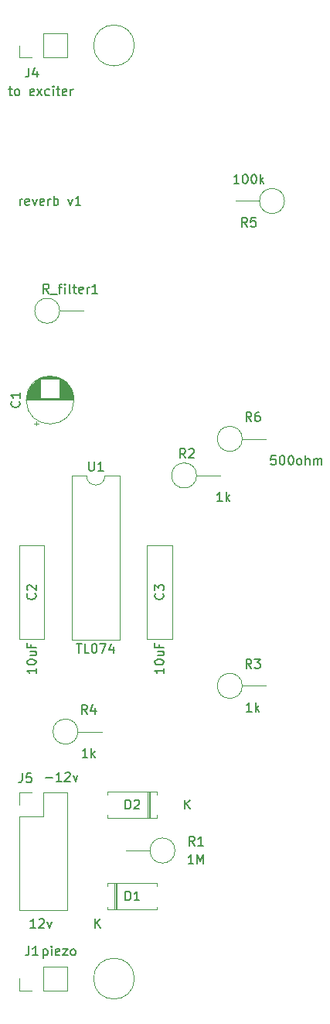
<source format=gbr>
%TF.GenerationSoftware,KiCad,Pcbnew,(6.0.4-0)*%
%TF.CreationDate,2022-12-20T09:13:06-08:00*%
%TF.ProjectId,reverb_v2,72657665-7262-45f7-9632-2e6b69636164,rev?*%
%TF.SameCoordinates,Original*%
%TF.FileFunction,Legend,Top*%
%TF.FilePolarity,Positive*%
%FSLAX46Y46*%
G04 Gerber Fmt 4.6, Leading zero omitted, Abs format (unit mm)*
G04 Created by KiCad (PCBNEW (6.0.4-0)) date 2022-12-20 09:13:06*
%MOMM*%
%LPD*%
G01*
G04 APERTURE LIST*
%ADD10C,0.150000*%
%ADD11C,0.120000*%
G04 APERTURE END LIST*
D10*
X145485714Y-124071428D02*
X146247619Y-124071428D01*
X147247619Y-124452380D02*
X146676190Y-124452380D01*
X146961904Y-124452380D02*
X146961904Y-123452380D01*
X146866666Y-123595238D01*
X146771428Y-123690476D01*
X146676190Y-123738095D01*
X147628571Y-123547619D02*
X147676190Y-123500000D01*
X147771428Y-123452380D01*
X148009523Y-123452380D01*
X148104761Y-123500000D01*
X148152380Y-123547619D01*
X148200000Y-123642857D01*
X148200000Y-123738095D01*
X148152380Y-123880952D01*
X147580952Y-124452380D01*
X148200000Y-124452380D01*
X148533333Y-123785714D02*
X148771428Y-124452380D01*
X149009523Y-123785714D01*
D11*
X155236068Y-44000000D02*
G75*
G03*
X155236068Y-44000000I-2236068J0D01*
G01*
X155236068Y-146000000D02*
G75*
G03*
X155236068Y-146000000I-2236068J0D01*
G01*
D10*
X142690476Y-61452380D02*
X142690476Y-60785714D01*
X142690476Y-60976190D02*
X142738095Y-60880952D01*
X142785714Y-60833333D01*
X142880952Y-60785714D01*
X142976190Y-60785714D01*
X143690476Y-61404761D02*
X143595238Y-61452380D01*
X143404761Y-61452380D01*
X143309523Y-61404761D01*
X143261904Y-61309523D01*
X143261904Y-60928571D01*
X143309523Y-60833333D01*
X143404761Y-60785714D01*
X143595238Y-60785714D01*
X143690476Y-60833333D01*
X143738095Y-60928571D01*
X143738095Y-61023809D01*
X143261904Y-61119047D01*
X144071428Y-60785714D02*
X144309523Y-61452380D01*
X144547619Y-60785714D01*
X145309523Y-61404761D02*
X145214285Y-61452380D01*
X145023809Y-61452380D01*
X144928571Y-61404761D01*
X144880952Y-61309523D01*
X144880952Y-60928571D01*
X144928571Y-60833333D01*
X145023809Y-60785714D01*
X145214285Y-60785714D01*
X145309523Y-60833333D01*
X145357142Y-60928571D01*
X145357142Y-61023809D01*
X144880952Y-61119047D01*
X145785714Y-61452380D02*
X145785714Y-60785714D01*
X145785714Y-60976190D02*
X145833333Y-60880952D01*
X145880952Y-60833333D01*
X145976190Y-60785714D01*
X146071428Y-60785714D01*
X146404761Y-61452380D02*
X146404761Y-60452380D01*
X146404761Y-60833333D02*
X146500000Y-60785714D01*
X146690476Y-60785714D01*
X146785714Y-60833333D01*
X146833333Y-60880952D01*
X146880952Y-60976190D01*
X146880952Y-61261904D01*
X146833333Y-61357142D01*
X146785714Y-61404761D01*
X146690476Y-61452380D01*
X146500000Y-61452380D01*
X146404761Y-61404761D01*
X147976190Y-60785714D02*
X148214285Y-61452380D01*
X148452380Y-60785714D01*
X149357142Y-61452380D02*
X148785714Y-61452380D01*
X149071428Y-61452380D02*
X149071428Y-60452380D01*
X148976190Y-60595238D01*
X148880952Y-60690476D01*
X148785714Y-60738095D01*
X144428571Y-140452380D02*
X143857142Y-140452380D01*
X144142857Y-140452380D02*
X144142857Y-139452380D01*
X144047619Y-139595238D01*
X143952380Y-139690476D01*
X143857142Y-139738095D01*
X144809523Y-139547619D02*
X144857142Y-139500000D01*
X144952380Y-139452380D01*
X145190476Y-139452380D01*
X145285714Y-139500000D01*
X145333333Y-139547619D01*
X145380952Y-139642857D01*
X145380952Y-139738095D01*
X145333333Y-139880952D01*
X144761904Y-140452380D01*
X145380952Y-140452380D01*
X145714285Y-139785714D02*
X145952380Y-140452380D01*
X146190476Y-139785714D01*
%TO.C,R6*%
X168058333Y-85082380D02*
X167725000Y-84606190D01*
X167486904Y-85082380D02*
X167486904Y-84082380D01*
X167867857Y-84082380D01*
X167963095Y-84130000D01*
X168010714Y-84177619D01*
X168058333Y-84272857D01*
X168058333Y-84415714D01*
X168010714Y-84510952D01*
X167963095Y-84558571D01*
X167867857Y-84606190D01*
X167486904Y-84606190D01*
X168915476Y-84082380D02*
X168725000Y-84082380D01*
X168629761Y-84130000D01*
X168582142Y-84177619D01*
X168486904Y-84320476D01*
X168439285Y-84510952D01*
X168439285Y-84891904D01*
X168486904Y-84987142D01*
X168534523Y-85034761D01*
X168629761Y-85082380D01*
X168820238Y-85082380D01*
X168915476Y-85034761D01*
X168963095Y-84987142D01*
X169010714Y-84891904D01*
X169010714Y-84653809D01*
X168963095Y-84558571D01*
X168915476Y-84510952D01*
X168820238Y-84463333D01*
X168629761Y-84463333D01*
X168534523Y-84510952D01*
X168486904Y-84558571D01*
X168439285Y-84653809D01*
X170714285Y-88822380D02*
X170238095Y-88822380D01*
X170190476Y-89298571D01*
X170238095Y-89250952D01*
X170333333Y-89203333D01*
X170571428Y-89203333D01*
X170666666Y-89250952D01*
X170714285Y-89298571D01*
X170761904Y-89393809D01*
X170761904Y-89631904D01*
X170714285Y-89727142D01*
X170666666Y-89774761D01*
X170571428Y-89822380D01*
X170333333Y-89822380D01*
X170238095Y-89774761D01*
X170190476Y-89727142D01*
X171380952Y-88822380D02*
X171476190Y-88822380D01*
X171571428Y-88870000D01*
X171619047Y-88917619D01*
X171666666Y-89012857D01*
X171714285Y-89203333D01*
X171714285Y-89441428D01*
X171666666Y-89631904D01*
X171619047Y-89727142D01*
X171571428Y-89774761D01*
X171476190Y-89822380D01*
X171380952Y-89822380D01*
X171285714Y-89774761D01*
X171238095Y-89727142D01*
X171190476Y-89631904D01*
X171142857Y-89441428D01*
X171142857Y-89203333D01*
X171190476Y-89012857D01*
X171238095Y-88917619D01*
X171285714Y-88870000D01*
X171380952Y-88822380D01*
X172333333Y-88822380D02*
X172428571Y-88822380D01*
X172523809Y-88870000D01*
X172571428Y-88917619D01*
X172619047Y-89012857D01*
X172666666Y-89203333D01*
X172666666Y-89441428D01*
X172619047Y-89631904D01*
X172571428Y-89727142D01*
X172523809Y-89774761D01*
X172428571Y-89822380D01*
X172333333Y-89822380D01*
X172238095Y-89774761D01*
X172190476Y-89727142D01*
X172142857Y-89631904D01*
X172095238Y-89441428D01*
X172095238Y-89203333D01*
X172142857Y-89012857D01*
X172190476Y-88917619D01*
X172238095Y-88870000D01*
X172333333Y-88822380D01*
X173238095Y-89822380D02*
X173142857Y-89774761D01*
X173095238Y-89727142D01*
X173047619Y-89631904D01*
X173047619Y-89346190D01*
X173095238Y-89250952D01*
X173142857Y-89203333D01*
X173238095Y-89155714D01*
X173380952Y-89155714D01*
X173476190Y-89203333D01*
X173523809Y-89250952D01*
X173571428Y-89346190D01*
X173571428Y-89631904D01*
X173523809Y-89727142D01*
X173476190Y-89774761D01*
X173380952Y-89822380D01*
X173238095Y-89822380D01*
X174000000Y-89822380D02*
X174000000Y-88822380D01*
X174428571Y-89822380D02*
X174428571Y-89298571D01*
X174380952Y-89203333D01*
X174285714Y-89155714D01*
X174142857Y-89155714D01*
X174047619Y-89203333D01*
X174000000Y-89250952D01*
X174904761Y-89822380D02*
X174904761Y-89155714D01*
X174904761Y-89250952D02*
X174952380Y-89203333D01*
X175047619Y-89155714D01*
X175190476Y-89155714D01*
X175285714Y-89203333D01*
X175333333Y-89298571D01*
X175333333Y-89822380D01*
X175333333Y-89298571D02*
X175380952Y-89203333D01*
X175476190Y-89155714D01*
X175619047Y-89155714D01*
X175714285Y-89203333D01*
X175761904Y-89298571D01*
X175761904Y-89822380D01*
%TO.C,R2*%
X160833333Y-89082380D02*
X160500000Y-88606190D01*
X160261904Y-89082380D02*
X160261904Y-88082380D01*
X160642857Y-88082380D01*
X160738095Y-88130000D01*
X160785714Y-88177619D01*
X160833333Y-88272857D01*
X160833333Y-88415714D01*
X160785714Y-88510952D01*
X160738095Y-88558571D01*
X160642857Y-88606190D01*
X160261904Y-88606190D01*
X161214285Y-88177619D02*
X161261904Y-88130000D01*
X161357142Y-88082380D01*
X161595238Y-88082380D01*
X161690476Y-88130000D01*
X161738095Y-88177619D01*
X161785714Y-88272857D01*
X161785714Y-88368095D01*
X161738095Y-88510952D01*
X161166666Y-89082380D01*
X161785714Y-89082380D01*
X164880952Y-93822380D02*
X164309523Y-93822380D01*
X164595238Y-93822380D02*
X164595238Y-92822380D01*
X164500000Y-92965238D01*
X164404761Y-93060476D01*
X164309523Y-93108095D01*
X165309523Y-93822380D02*
X165309523Y-92822380D01*
X165404761Y-93441428D02*
X165690476Y-93822380D01*
X165690476Y-93155714D02*
X165309523Y-93536666D01*
%TO.C,R1*%
X161833333Y-131452380D02*
X161500000Y-130976190D01*
X161261904Y-131452380D02*
X161261904Y-130452380D01*
X161642857Y-130452380D01*
X161738095Y-130500000D01*
X161785714Y-130547619D01*
X161833333Y-130642857D01*
X161833333Y-130785714D01*
X161785714Y-130880952D01*
X161738095Y-130928571D01*
X161642857Y-130976190D01*
X161261904Y-130976190D01*
X162785714Y-131452380D02*
X162214285Y-131452380D01*
X162500000Y-131452380D02*
X162500000Y-130452380D01*
X162404761Y-130595238D01*
X162309523Y-130690476D01*
X162214285Y-130738095D01*
X161714285Y-133452380D02*
X161142857Y-133452380D01*
X161428571Y-133452380D02*
X161428571Y-132452380D01*
X161333333Y-132595238D01*
X161238095Y-132690476D01*
X161142857Y-132738095D01*
X162142857Y-133452380D02*
X162142857Y-132452380D01*
X162476190Y-133166666D01*
X162809523Y-132452380D01*
X162809523Y-133452380D01*
%TO.C,C3*%
X158357142Y-103916666D02*
X158404761Y-103964285D01*
X158452380Y-104107142D01*
X158452380Y-104202380D01*
X158404761Y-104345238D01*
X158309523Y-104440476D01*
X158214285Y-104488095D01*
X158023809Y-104535714D01*
X157880952Y-104535714D01*
X157690476Y-104488095D01*
X157595238Y-104440476D01*
X157500000Y-104345238D01*
X157452380Y-104202380D01*
X157452380Y-104107142D01*
X157500000Y-103964285D01*
X157547619Y-103916666D01*
X157452380Y-103583333D02*
X157452380Y-102964285D01*
X157833333Y-103297619D01*
X157833333Y-103154761D01*
X157880952Y-103059523D01*
X157928571Y-103011904D01*
X158023809Y-102964285D01*
X158261904Y-102964285D01*
X158357142Y-103011904D01*
X158404761Y-103059523D01*
X158452380Y-103154761D01*
X158452380Y-103440476D01*
X158404761Y-103535714D01*
X158357142Y-103583333D01*
X158452380Y-112071428D02*
X158452380Y-112642857D01*
X158452380Y-112357142D02*
X157452380Y-112357142D01*
X157595238Y-112452380D01*
X157690476Y-112547619D01*
X157738095Y-112642857D01*
X157452380Y-111452380D02*
X157452380Y-111357142D01*
X157500000Y-111261904D01*
X157547619Y-111214285D01*
X157642857Y-111166666D01*
X157833333Y-111119047D01*
X158071428Y-111119047D01*
X158261904Y-111166666D01*
X158357142Y-111214285D01*
X158404761Y-111261904D01*
X158452380Y-111357142D01*
X158452380Y-111452380D01*
X158404761Y-111547619D01*
X158357142Y-111595238D01*
X158261904Y-111642857D01*
X158071428Y-111690476D01*
X157833333Y-111690476D01*
X157642857Y-111642857D01*
X157547619Y-111595238D01*
X157500000Y-111547619D01*
X157452380Y-111452380D01*
X157785714Y-110261904D02*
X158452380Y-110261904D01*
X157785714Y-110690476D02*
X158309523Y-110690476D01*
X158404761Y-110642857D01*
X158452380Y-110547619D01*
X158452380Y-110404761D01*
X158404761Y-110309523D01*
X158357142Y-110261904D01*
X157928571Y-109452380D02*
X157928571Y-109785714D01*
X158452380Y-109785714D02*
X157452380Y-109785714D01*
X157452380Y-109309523D01*
%TO.C,U1*%
X150248095Y-89497380D02*
X150248095Y-90306904D01*
X150295714Y-90402142D01*
X150343333Y-90449761D01*
X150438571Y-90497380D01*
X150629047Y-90497380D01*
X150724285Y-90449761D01*
X150771904Y-90402142D01*
X150819523Y-90306904D01*
X150819523Y-89497380D01*
X151819523Y-90497380D02*
X151248095Y-90497380D01*
X151533809Y-90497380D02*
X151533809Y-89497380D01*
X151438571Y-89640238D01*
X151343333Y-89735476D01*
X151248095Y-89783095D01*
X148890952Y-109397380D02*
X149462380Y-109397380D01*
X149176666Y-110397380D02*
X149176666Y-109397380D01*
X150271904Y-110397380D02*
X149795714Y-110397380D01*
X149795714Y-109397380D01*
X150795714Y-109397380D02*
X150890952Y-109397380D01*
X150986190Y-109445000D01*
X151033809Y-109492619D01*
X151081428Y-109587857D01*
X151129047Y-109778333D01*
X151129047Y-110016428D01*
X151081428Y-110206904D01*
X151033809Y-110302142D01*
X150986190Y-110349761D01*
X150890952Y-110397380D01*
X150795714Y-110397380D01*
X150700476Y-110349761D01*
X150652857Y-110302142D01*
X150605238Y-110206904D01*
X150557619Y-110016428D01*
X150557619Y-109778333D01*
X150605238Y-109587857D01*
X150652857Y-109492619D01*
X150700476Y-109445000D01*
X150795714Y-109397380D01*
X151462380Y-109397380D02*
X152129047Y-109397380D01*
X151700476Y-110397380D01*
X152938571Y-109730714D02*
X152938571Y-110397380D01*
X152700476Y-109349761D02*
X152462380Y-110064047D01*
X153081428Y-110064047D01*
%TO.C,J5*%
X142966666Y-123552380D02*
X142966666Y-124266666D01*
X142919047Y-124409523D01*
X142823809Y-124504761D01*
X142680952Y-124552380D01*
X142585714Y-124552380D01*
X143919047Y-123552380D02*
X143442857Y-123552380D01*
X143395238Y-124028571D01*
X143442857Y-123980952D01*
X143538095Y-123933333D01*
X143776190Y-123933333D01*
X143871428Y-123980952D01*
X143919047Y-124028571D01*
X143966666Y-124123809D01*
X143966666Y-124361904D01*
X143919047Y-124457142D01*
X143871428Y-124504761D01*
X143776190Y-124552380D01*
X143538095Y-124552380D01*
X143442857Y-124504761D01*
X143395238Y-124457142D01*
%TO.C,R5*%
X167608333Y-63822380D02*
X167275000Y-63346190D01*
X167036904Y-63822380D02*
X167036904Y-62822380D01*
X167417857Y-62822380D01*
X167513095Y-62870000D01*
X167560714Y-62917619D01*
X167608333Y-63012857D01*
X167608333Y-63155714D01*
X167560714Y-63250952D01*
X167513095Y-63298571D01*
X167417857Y-63346190D01*
X167036904Y-63346190D01*
X168513095Y-62822380D02*
X168036904Y-62822380D01*
X167989285Y-63298571D01*
X168036904Y-63250952D01*
X168132142Y-63203333D01*
X168370238Y-63203333D01*
X168465476Y-63250952D01*
X168513095Y-63298571D01*
X168560714Y-63393809D01*
X168560714Y-63631904D01*
X168513095Y-63727142D01*
X168465476Y-63774761D01*
X168370238Y-63822380D01*
X168132142Y-63822380D01*
X168036904Y-63774761D01*
X167989285Y-63727142D01*
X166703571Y-59082380D02*
X166132142Y-59082380D01*
X166417857Y-59082380D02*
X166417857Y-58082380D01*
X166322619Y-58225238D01*
X166227380Y-58320476D01*
X166132142Y-58368095D01*
X167322619Y-58082380D02*
X167417857Y-58082380D01*
X167513095Y-58130000D01*
X167560714Y-58177619D01*
X167608333Y-58272857D01*
X167655952Y-58463333D01*
X167655952Y-58701428D01*
X167608333Y-58891904D01*
X167560714Y-58987142D01*
X167513095Y-59034761D01*
X167417857Y-59082380D01*
X167322619Y-59082380D01*
X167227380Y-59034761D01*
X167179761Y-58987142D01*
X167132142Y-58891904D01*
X167084523Y-58701428D01*
X167084523Y-58463333D01*
X167132142Y-58272857D01*
X167179761Y-58177619D01*
X167227380Y-58130000D01*
X167322619Y-58082380D01*
X168275000Y-58082380D02*
X168370238Y-58082380D01*
X168465476Y-58130000D01*
X168513095Y-58177619D01*
X168560714Y-58272857D01*
X168608333Y-58463333D01*
X168608333Y-58701428D01*
X168560714Y-58891904D01*
X168513095Y-58987142D01*
X168465476Y-59034761D01*
X168370238Y-59082380D01*
X168275000Y-59082380D01*
X168179761Y-59034761D01*
X168132142Y-58987142D01*
X168084523Y-58891904D01*
X168036904Y-58701428D01*
X168036904Y-58463333D01*
X168084523Y-58272857D01*
X168132142Y-58177619D01*
X168179761Y-58130000D01*
X168275000Y-58082380D01*
X169036904Y-59082380D02*
X169036904Y-58082380D01*
X169132142Y-58701428D02*
X169417857Y-59082380D01*
X169417857Y-58415714D02*
X169036904Y-58796666D01*
%TO.C,R4*%
X150058333Y-117082380D02*
X149725000Y-116606190D01*
X149486904Y-117082380D02*
X149486904Y-116082380D01*
X149867857Y-116082380D01*
X149963095Y-116130000D01*
X150010714Y-116177619D01*
X150058333Y-116272857D01*
X150058333Y-116415714D01*
X150010714Y-116510952D01*
X149963095Y-116558571D01*
X149867857Y-116606190D01*
X149486904Y-116606190D01*
X150915476Y-116415714D02*
X150915476Y-117082380D01*
X150677380Y-116034761D02*
X150439285Y-116749047D01*
X151058333Y-116749047D01*
X150105952Y-121822380D02*
X149534523Y-121822380D01*
X149820238Y-121822380D02*
X149820238Y-120822380D01*
X149725000Y-120965238D01*
X149629761Y-121060476D01*
X149534523Y-121108095D01*
X150534523Y-121822380D02*
X150534523Y-120822380D01*
X150629761Y-121441428D02*
X150915476Y-121822380D01*
X150915476Y-121155714D02*
X150534523Y-121536666D01*
%TO.C,J1*%
X143666666Y-142452380D02*
X143666666Y-143166666D01*
X143619047Y-143309523D01*
X143523809Y-143404761D01*
X143380952Y-143452380D01*
X143285714Y-143452380D01*
X144666666Y-143452380D02*
X144095238Y-143452380D01*
X144380952Y-143452380D02*
X144380952Y-142452380D01*
X144285714Y-142595238D01*
X144190476Y-142690476D01*
X144095238Y-142738095D01*
X145261904Y-142785714D02*
X145261904Y-143785714D01*
X145261904Y-142833333D02*
X145357142Y-142785714D01*
X145547619Y-142785714D01*
X145642857Y-142833333D01*
X145690476Y-142880952D01*
X145738095Y-142976190D01*
X145738095Y-143261904D01*
X145690476Y-143357142D01*
X145642857Y-143404761D01*
X145547619Y-143452380D01*
X145357142Y-143452380D01*
X145261904Y-143404761D01*
X146166666Y-143452380D02*
X146166666Y-142785714D01*
X146166666Y-142452380D02*
X146119047Y-142500000D01*
X146166666Y-142547619D01*
X146214285Y-142500000D01*
X146166666Y-142452380D01*
X146166666Y-142547619D01*
X147023809Y-143404761D02*
X146928571Y-143452380D01*
X146738095Y-143452380D01*
X146642857Y-143404761D01*
X146595238Y-143309523D01*
X146595238Y-142928571D01*
X146642857Y-142833333D01*
X146738095Y-142785714D01*
X146928571Y-142785714D01*
X147023809Y-142833333D01*
X147071428Y-142928571D01*
X147071428Y-143023809D01*
X146595238Y-143119047D01*
X147404761Y-142785714D02*
X147928571Y-142785714D01*
X147404761Y-143452380D01*
X147928571Y-143452380D01*
X148452380Y-143452380D02*
X148357142Y-143404761D01*
X148309523Y-143357142D01*
X148261904Y-143261904D01*
X148261904Y-142976190D01*
X148309523Y-142880952D01*
X148357142Y-142833333D01*
X148452380Y-142785714D01*
X148595238Y-142785714D01*
X148690476Y-142833333D01*
X148738095Y-142880952D01*
X148785714Y-142976190D01*
X148785714Y-143261904D01*
X148738095Y-143357142D01*
X148690476Y-143404761D01*
X148595238Y-143452380D01*
X148452380Y-143452380D01*
%TO.C,D1*%
X154261904Y-137452380D02*
X154261904Y-136452380D01*
X154500000Y-136452380D01*
X154642857Y-136500000D01*
X154738095Y-136595238D01*
X154785714Y-136690476D01*
X154833333Y-136880952D01*
X154833333Y-137023809D01*
X154785714Y-137214285D01*
X154738095Y-137309523D01*
X154642857Y-137404761D01*
X154500000Y-137452380D01*
X154261904Y-137452380D01*
X155785714Y-137452380D02*
X155214285Y-137452380D01*
X155500000Y-137452380D02*
X155500000Y-136452380D01*
X155404761Y-136595238D01*
X155309523Y-136690476D01*
X155214285Y-136738095D01*
X150928095Y-140452380D02*
X150928095Y-139452380D01*
X151499523Y-140452380D02*
X151070952Y-139880952D01*
X151499523Y-139452380D02*
X150928095Y-140023809D01*
%TO.C,C1*%
X142607142Y-82916666D02*
X142654761Y-82964285D01*
X142702380Y-83107142D01*
X142702380Y-83202380D01*
X142654761Y-83345238D01*
X142559523Y-83440476D01*
X142464285Y-83488095D01*
X142273809Y-83535714D01*
X142130952Y-83535714D01*
X141940476Y-83488095D01*
X141845238Y-83440476D01*
X141750000Y-83345238D01*
X141702380Y-83202380D01*
X141702380Y-83107142D01*
X141750000Y-82964285D01*
X141797619Y-82916666D01*
X142702380Y-81964285D02*
X142702380Y-82535714D01*
X142702380Y-82250000D02*
X141702380Y-82250000D01*
X141845238Y-82345238D01*
X141940476Y-82440476D01*
X141988095Y-82535714D01*
%TO.C,R3*%
X168058333Y-112082380D02*
X167725000Y-111606190D01*
X167486904Y-112082380D02*
X167486904Y-111082380D01*
X167867857Y-111082380D01*
X167963095Y-111130000D01*
X168010714Y-111177619D01*
X168058333Y-111272857D01*
X168058333Y-111415714D01*
X168010714Y-111510952D01*
X167963095Y-111558571D01*
X167867857Y-111606190D01*
X167486904Y-111606190D01*
X168391666Y-111082380D02*
X169010714Y-111082380D01*
X168677380Y-111463333D01*
X168820238Y-111463333D01*
X168915476Y-111510952D01*
X168963095Y-111558571D01*
X169010714Y-111653809D01*
X169010714Y-111891904D01*
X168963095Y-111987142D01*
X168915476Y-112034761D01*
X168820238Y-112082380D01*
X168534523Y-112082380D01*
X168439285Y-112034761D01*
X168391666Y-111987142D01*
X168105952Y-116822380D02*
X167534523Y-116822380D01*
X167820238Y-116822380D02*
X167820238Y-115822380D01*
X167725000Y-115965238D01*
X167629761Y-116060476D01*
X167534523Y-116108095D01*
X168534523Y-116822380D02*
X168534523Y-115822380D01*
X168629761Y-116441428D02*
X168915476Y-116822380D01*
X168915476Y-116155714D02*
X168534523Y-116536666D01*
%TO.C,J4*%
X143666666Y-46452380D02*
X143666666Y-47166666D01*
X143619047Y-47309523D01*
X143523809Y-47404761D01*
X143380952Y-47452380D01*
X143285714Y-47452380D01*
X144571428Y-46785714D02*
X144571428Y-47452380D01*
X144333333Y-46404761D02*
X144095238Y-47119047D01*
X144714285Y-47119047D01*
X141452380Y-48785714D02*
X141833333Y-48785714D01*
X141595238Y-48452380D02*
X141595238Y-49309523D01*
X141642857Y-49404761D01*
X141738095Y-49452380D01*
X141833333Y-49452380D01*
X142309523Y-49452380D02*
X142214285Y-49404761D01*
X142166666Y-49357142D01*
X142119047Y-49261904D01*
X142119047Y-48976190D01*
X142166666Y-48880952D01*
X142214285Y-48833333D01*
X142309523Y-48785714D01*
X142452380Y-48785714D01*
X142547619Y-48833333D01*
X142595238Y-48880952D01*
X142642857Y-48976190D01*
X142642857Y-49261904D01*
X142595238Y-49357142D01*
X142547619Y-49404761D01*
X142452380Y-49452380D01*
X142309523Y-49452380D01*
X144214285Y-49404761D02*
X144119047Y-49452380D01*
X143928571Y-49452380D01*
X143833333Y-49404761D01*
X143785714Y-49309523D01*
X143785714Y-48928571D01*
X143833333Y-48833333D01*
X143928571Y-48785714D01*
X144119047Y-48785714D01*
X144214285Y-48833333D01*
X144261904Y-48928571D01*
X144261904Y-49023809D01*
X143785714Y-49119047D01*
X144595238Y-49452380D02*
X145119047Y-48785714D01*
X144595238Y-48785714D02*
X145119047Y-49452380D01*
X145928571Y-49404761D02*
X145833333Y-49452380D01*
X145642857Y-49452380D01*
X145547619Y-49404761D01*
X145500000Y-49357142D01*
X145452380Y-49261904D01*
X145452380Y-48976190D01*
X145500000Y-48880952D01*
X145547619Y-48833333D01*
X145642857Y-48785714D01*
X145833333Y-48785714D01*
X145928571Y-48833333D01*
X146357142Y-49452380D02*
X146357142Y-48785714D01*
X146357142Y-48452380D02*
X146309523Y-48500000D01*
X146357142Y-48547619D01*
X146404761Y-48500000D01*
X146357142Y-48452380D01*
X146357142Y-48547619D01*
X146690476Y-48785714D02*
X147071428Y-48785714D01*
X146833333Y-48452380D02*
X146833333Y-49309523D01*
X146880952Y-49404761D01*
X146976190Y-49452380D01*
X147071428Y-49452380D01*
X147785714Y-49404761D02*
X147690476Y-49452380D01*
X147500000Y-49452380D01*
X147404761Y-49404761D01*
X147357142Y-49309523D01*
X147357142Y-48928571D01*
X147404761Y-48833333D01*
X147500000Y-48785714D01*
X147690476Y-48785714D01*
X147785714Y-48833333D01*
X147833333Y-48928571D01*
X147833333Y-49023809D01*
X147357142Y-49119047D01*
X148261904Y-49452380D02*
X148261904Y-48785714D01*
X148261904Y-48976190D02*
X148309523Y-48880952D01*
X148357142Y-48833333D01*
X148452380Y-48785714D01*
X148547619Y-48785714D01*
%TO.C,D2*%
X154261904Y-127452380D02*
X154261904Y-126452380D01*
X154500000Y-126452380D01*
X154642857Y-126500000D01*
X154738095Y-126595238D01*
X154785714Y-126690476D01*
X154833333Y-126880952D01*
X154833333Y-127023809D01*
X154785714Y-127214285D01*
X154738095Y-127309523D01*
X154642857Y-127404761D01*
X154500000Y-127452380D01*
X154261904Y-127452380D01*
X155214285Y-126547619D02*
X155261904Y-126500000D01*
X155357142Y-126452380D01*
X155595238Y-126452380D01*
X155690476Y-126500000D01*
X155738095Y-126547619D01*
X155785714Y-126642857D01*
X155785714Y-126738095D01*
X155738095Y-126880952D01*
X155166666Y-127452380D01*
X155785714Y-127452380D01*
X160738095Y-127452380D02*
X160738095Y-126452380D01*
X161309523Y-127452380D02*
X160880952Y-126880952D01*
X161309523Y-126452380D02*
X160738095Y-127023809D01*
%TO.C,R_filter1*%
X145867857Y-71082380D02*
X145534523Y-70606190D01*
X145296428Y-71082380D02*
X145296428Y-70082380D01*
X145677380Y-70082380D01*
X145772619Y-70130000D01*
X145820238Y-70177619D01*
X145867857Y-70272857D01*
X145867857Y-70415714D01*
X145820238Y-70510952D01*
X145772619Y-70558571D01*
X145677380Y-70606190D01*
X145296428Y-70606190D01*
X146058333Y-71177619D02*
X146820238Y-71177619D01*
X146915476Y-70415714D02*
X147296428Y-70415714D01*
X147058333Y-71082380D02*
X147058333Y-70225238D01*
X147105952Y-70130000D01*
X147201190Y-70082380D01*
X147296428Y-70082380D01*
X147629761Y-71082380D02*
X147629761Y-70415714D01*
X147629761Y-70082380D02*
X147582142Y-70130000D01*
X147629761Y-70177619D01*
X147677380Y-70130000D01*
X147629761Y-70082380D01*
X147629761Y-70177619D01*
X148248809Y-71082380D02*
X148153571Y-71034761D01*
X148105952Y-70939523D01*
X148105952Y-70082380D01*
X148486904Y-70415714D02*
X148867857Y-70415714D01*
X148629761Y-70082380D02*
X148629761Y-70939523D01*
X148677380Y-71034761D01*
X148772619Y-71082380D01*
X148867857Y-71082380D01*
X149582142Y-71034761D02*
X149486904Y-71082380D01*
X149296428Y-71082380D01*
X149201190Y-71034761D01*
X149153571Y-70939523D01*
X149153571Y-70558571D01*
X149201190Y-70463333D01*
X149296428Y-70415714D01*
X149486904Y-70415714D01*
X149582142Y-70463333D01*
X149629761Y-70558571D01*
X149629761Y-70653809D01*
X149153571Y-70749047D01*
X150058333Y-71082380D02*
X150058333Y-70415714D01*
X150058333Y-70606190D02*
X150105952Y-70510952D01*
X150153571Y-70463333D01*
X150248809Y-70415714D01*
X150344047Y-70415714D01*
X151201190Y-71082380D02*
X150629761Y-71082380D01*
X150915476Y-71082380D02*
X150915476Y-70082380D01*
X150820238Y-70225238D01*
X150725000Y-70320476D01*
X150629761Y-70368095D01*
%TO.C,C2*%
X144357142Y-103916666D02*
X144404761Y-103964285D01*
X144452380Y-104107142D01*
X144452380Y-104202380D01*
X144404761Y-104345238D01*
X144309523Y-104440476D01*
X144214285Y-104488095D01*
X144023809Y-104535714D01*
X143880952Y-104535714D01*
X143690476Y-104488095D01*
X143595238Y-104440476D01*
X143500000Y-104345238D01*
X143452380Y-104202380D01*
X143452380Y-104107142D01*
X143500000Y-103964285D01*
X143547619Y-103916666D01*
X143547619Y-103535714D02*
X143500000Y-103488095D01*
X143452380Y-103392857D01*
X143452380Y-103154761D01*
X143500000Y-103059523D01*
X143547619Y-103011904D01*
X143642857Y-102964285D01*
X143738095Y-102964285D01*
X143880952Y-103011904D01*
X144452380Y-103583333D01*
X144452380Y-102964285D01*
X144452380Y-112071428D02*
X144452380Y-112642857D01*
X144452380Y-112357142D02*
X143452380Y-112357142D01*
X143595238Y-112452380D01*
X143690476Y-112547619D01*
X143738095Y-112642857D01*
X143452380Y-111452380D02*
X143452380Y-111357142D01*
X143500000Y-111261904D01*
X143547619Y-111214285D01*
X143642857Y-111166666D01*
X143833333Y-111119047D01*
X144071428Y-111119047D01*
X144261904Y-111166666D01*
X144357142Y-111214285D01*
X144404761Y-111261904D01*
X144452380Y-111357142D01*
X144452380Y-111452380D01*
X144404761Y-111547619D01*
X144357142Y-111595238D01*
X144261904Y-111642857D01*
X144071428Y-111690476D01*
X143833333Y-111690476D01*
X143642857Y-111642857D01*
X143547619Y-111595238D01*
X143500000Y-111547619D01*
X143452380Y-111452380D01*
X143785714Y-110261904D02*
X144452380Y-110261904D01*
X143785714Y-110690476D02*
X144309523Y-110690476D01*
X144404761Y-110642857D01*
X144452380Y-110547619D01*
X144452380Y-110404761D01*
X144404761Y-110309523D01*
X144357142Y-110261904D01*
X143928571Y-109452380D02*
X143928571Y-109785714D01*
X144452380Y-109785714D02*
X143452380Y-109785714D01*
X143452380Y-109309523D01*
D11*
%TO.C,R6*%
X167055000Y-87000000D02*
X169665000Y-87000000D01*
X167055000Y-87000000D02*
G75*
G03*
X167055000Y-87000000I-1370000J0D01*
G01*
%TO.C,R2*%
X162055000Y-91000000D02*
X164665000Y-91000000D01*
X162055000Y-91000000D02*
G75*
G03*
X162055000Y-91000000I-1370000J0D01*
G01*
%TO.C,R1*%
X156945000Y-132000000D02*
X154335000Y-132000000D01*
X159685000Y-132000000D02*
G75*
G03*
X159685000Y-132000000I-1370000J0D01*
G01*
%TO.C,C3*%
X159370000Y-108870000D02*
X156630000Y-108870000D01*
X159370000Y-98630000D02*
X156630000Y-98630000D01*
X156630000Y-98630000D02*
X156630000Y-108870000D01*
X159370000Y-98630000D02*
X159370000Y-108870000D01*
%TO.C,U1*%
X153660000Y-108945000D02*
X153660000Y-91045000D01*
X148360000Y-91045000D02*
X148360000Y-108945000D01*
X148360000Y-108945000D02*
X153660000Y-108945000D01*
X150010000Y-91045000D02*
X148360000Y-91045000D01*
X153660000Y-91045000D02*
X152010000Y-91045000D01*
X150010000Y-91045000D02*
G75*
G03*
X152010000Y-91045000I1000000J0D01*
G01*
%TO.C,J5*%
X142670000Y-138490000D02*
X147870000Y-138490000D01*
X142670000Y-127000000D02*
X142670000Y-125670000D01*
X145270000Y-125670000D02*
X147870000Y-125670000D01*
X142670000Y-125670000D02*
X144000000Y-125670000D01*
X145270000Y-128270000D02*
X145270000Y-125670000D01*
X142670000Y-128270000D02*
X142670000Y-138490000D01*
X142670000Y-128270000D02*
X145270000Y-128270000D01*
X147870000Y-125670000D02*
X147870000Y-138490000D01*
%TO.C,R5*%
X168945000Y-61000000D02*
X166335000Y-61000000D01*
X171685000Y-61000000D02*
G75*
G03*
X171685000Y-61000000I-1370000J0D01*
G01*
%TO.C,R4*%
X149055000Y-119000000D02*
X151665000Y-119000000D01*
X149055000Y-119000000D02*
G75*
G03*
X149055000Y-119000000I-1370000J0D01*
G01*
%TO.C,J1*%
X144000000Y-147330000D02*
X142670000Y-147330000D01*
X145270000Y-147330000D02*
X147870000Y-147330000D01*
X145270000Y-144670000D02*
X147870000Y-144670000D01*
X145270000Y-147330000D02*
X145270000Y-144670000D01*
X147870000Y-147330000D02*
X147870000Y-144670000D01*
X142670000Y-147330000D02*
X142670000Y-146000000D01*
%TO.C,D1*%
X153180000Y-135530000D02*
X153180000Y-138470000D01*
X152280000Y-135860000D02*
X152280000Y-135530000D01*
X157720000Y-135530000D02*
X157720000Y-135860000D01*
X152280000Y-135530000D02*
X157720000Y-135530000D01*
X153300000Y-135530000D02*
X153300000Y-138470000D01*
X157720000Y-138470000D02*
X157720000Y-138140000D01*
X152280000Y-138470000D02*
X157720000Y-138470000D01*
X152280000Y-138140000D02*
X152280000Y-138470000D01*
X153060000Y-135530000D02*
X153060000Y-138470000D01*
%TO.C,C1*%
X143905000Y-81229000D02*
X144960000Y-81229000D01*
X147040000Y-81789000D02*
X148398000Y-81789000D01*
X143439000Y-82430000D02*
X144960000Y-82430000D01*
X147040000Y-82470000D02*
X148565000Y-82470000D01*
X144500000Y-80629000D02*
X144960000Y-80629000D01*
X147040000Y-82110000D02*
X148501000Y-82110000D01*
X147040000Y-81429000D02*
X148224000Y-81429000D01*
X143618000Y-81749000D02*
X144960000Y-81749000D01*
X147040000Y-82430000D02*
X148561000Y-82430000D01*
X144822000Y-80429000D02*
X147178000Y-80429000D01*
X143690000Y-81589000D02*
X144960000Y-81589000D01*
X147040000Y-80549000D02*
X147383000Y-80549000D01*
X143671000Y-81629000D02*
X144960000Y-81629000D01*
X143545000Y-81949000D02*
X144960000Y-81949000D01*
X147040000Y-81189000D02*
X148065000Y-81189000D01*
X147040000Y-81349000D02*
X148175000Y-81349000D01*
X143652000Y-81669000D02*
X144960000Y-81669000D01*
X144174000Y-80909000D02*
X144960000Y-80909000D01*
X143635000Y-81709000D02*
X144960000Y-81709000D01*
X147040000Y-81309000D02*
X148149000Y-81309000D01*
X143431000Y-82510000D02*
X144960000Y-82510000D01*
X144099000Y-80989000D02*
X144960000Y-80989000D01*
X143753000Y-81469000D02*
X144960000Y-81469000D01*
X143420000Y-82750000D02*
X148580000Y-82750000D01*
X147040000Y-81149000D02*
X148035000Y-81149000D01*
X147040000Y-81269000D02*
X148122000Y-81269000D01*
X145482000Y-80189000D02*
X146518000Y-80189000D01*
X147040000Y-80829000D02*
X147743000Y-80829000D01*
X143586000Y-81829000D02*
X144960000Y-81829000D01*
X147040000Y-80709000D02*
X147605000Y-80709000D01*
X147040000Y-81989000D02*
X148468000Y-81989000D01*
X144301000Y-80789000D02*
X144960000Y-80789000D01*
X147040000Y-81069000D02*
X147971000Y-81069000D01*
X147040000Y-80589000D02*
X147443000Y-80589000D01*
X147040000Y-80949000D02*
X147864000Y-80949000D01*
X143935000Y-81189000D02*
X144960000Y-81189000D01*
X147040000Y-81229000D02*
X148095000Y-81229000D01*
X143710000Y-81549000D02*
X144960000Y-81549000D01*
X144063000Y-81029000D02*
X144960000Y-81029000D01*
X147040000Y-81469000D02*
X148247000Y-81469000D01*
X147040000Y-80509000D02*
X147319000Y-80509000D01*
X147040000Y-81829000D02*
X148414000Y-81829000D01*
X143602000Y-81789000D02*
X144960000Y-81789000D01*
X147040000Y-81709000D02*
X148365000Y-81709000D01*
X145085000Y-80309000D02*
X146915000Y-80309000D01*
X147040000Y-80669000D02*
X147554000Y-80669000D01*
X143457000Y-82310000D02*
X144960000Y-82310000D01*
X144902000Y-80389000D02*
X147098000Y-80389000D01*
X144681000Y-80509000D02*
X144960000Y-80509000D01*
X144215000Y-80869000D02*
X144960000Y-80869000D01*
X147040000Y-81389000D02*
X148200000Y-81389000D01*
X144275000Y-85304775D02*
X144775000Y-85304775D01*
X144617000Y-80549000D02*
X144960000Y-80549000D01*
X145716000Y-80149000D02*
X146284000Y-80149000D01*
X143509000Y-82070000D02*
X144960000Y-82070000D01*
X143464000Y-82270000D02*
X144960000Y-82270000D01*
X143878000Y-81269000D02*
X144960000Y-81269000D01*
X143520000Y-82029000D02*
X144960000Y-82029000D01*
X143435000Y-82470000D02*
X144960000Y-82470000D01*
X143825000Y-81349000D02*
X144960000Y-81349000D01*
X143965000Y-81149000D02*
X144960000Y-81149000D01*
X144525000Y-85554775D02*
X144525000Y-85054775D01*
X147040000Y-82350000D02*
X148550000Y-82350000D01*
X147040000Y-82310000D02*
X148543000Y-82310000D01*
X147040000Y-81629000D02*
X148329000Y-81629000D01*
X143427000Y-82550000D02*
X148573000Y-82550000D01*
X147040000Y-82070000D02*
X148491000Y-82070000D01*
X143532000Y-81989000D02*
X144960000Y-81989000D01*
X147040000Y-82150000D02*
X148511000Y-82150000D01*
X143450000Y-82350000D02*
X144960000Y-82350000D01*
X147040000Y-82230000D02*
X148528000Y-82230000D01*
X143732000Y-81509000D02*
X144960000Y-81509000D01*
X147040000Y-80989000D02*
X147901000Y-80989000D01*
X147040000Y-81909000D02*
X148442000Y-81909000D01*
X143480000Y-82190000D02*
X144960000Y-82190000D01*
X143472000Y-82230000D02*
X144960000Y-82230000D01*
X144029000Y-81069000D02*
X144960000Y-81069000D01*
X143558000Y-81909000D02*
X144960000Y-81909000D01*
X147040000Y-82029000D02*
X148480000Y-82029000D01*
X147040000Y-80749000D02*
X147653000Y-80749000D01*
X147040000Y-82510000D02*
X148569000Y-82510000D01*
X147040000Y-80789000D02*
X147699000Y-80789000D01*
X147040000Y-81029000D02*
X147937000Y-81029000D01*
X147040000Y-82270000D02*
X148536000Y-82270000D01*
X145195000Y-80269000D02*
X146805000Y-80269000D01*
X147040000Y-81669000D02*
X148348000Y-81669000D01*
X143444000Y-82390000D02*
X144960000Y-82390000D01*
X143424000Y-82590000D02*
X148576000Y-82590000D01*
X145323000Y-80229000D02*
X146677000Y-80229000D01*
X143996000Y-81109000D02*
X144960000Y-81109000D01*
X144257000Y-80829000D02*
X144960000Y-80829000D01*
X144136000Y-80949000D02*
X144960000Y-80949000D01*
X143420000Y-82710000D02*
X148580000Y-82710000D01*
X147040000Y-81589000D02*
X148310000Y-81589000D01*
X144989000Y-80349000D02*
X147011000Y-80349000D01*
X147040000Y-81949000D02*
X148455000Y-81949000D01*
X147040000Y-80469000D02*
X147251000Y-80469000D01*
X147040000Y-81509000D02*
X148268000Y-81509000D01*
X147040000Y-81109000D02*
X148004000Y-81109000D01*
X147040000Y-81869000D02*
X148428000Y-81869000D01*
X143851000Y-81309000D02*
X144960000Y-81309000D01*
X144446000Y-80669000D02*
X144960000Y-80669000D01*
X147040000Y-82190000D02*
X148520000Y-82190000D01*
X144749000Y-80469000D02*
X144960000Y-80469000D01*
X143572000Y-81869000D02*
X144960000Y-81869000D01*
X144557000Y-80589000D02*
X144960000Y-80589000D01*
X147040000Y-80909000D02*
X147826000Y-80909000D01*
X147040000Y-81549000D02*
X148290000Y-81549000D01*
X144395000Y-80709000D02*
X144960000Y-80709000D01*
X147040000Y-80629000D02*
X147500000Y-80629000D01*
X147040000Y-81749000D02*
X148382000Y-81749000D01*
X143499000Y-82110000D02*
X144960000Y-82110000D01*
X147040000Y-82390000D02*
X148556000Y-82390000D01*
X143422000Y-82630000D02*
X148578000Y-82630000D01*
X143489000Y-82150000D02*
X144960000Y-82150000D01*
X143421000Y-82670000D02*
X148579000Y-82670000D01*
X144347000Y-80749000D02*
X144960000Y-80749000D01*
X147040000Y-80869000D02*
X147785000Y-80869000D01*
X143800000Y-81389000D02*
X144960000Y-81389000D01*
X143776000Y-81429000D02*
X144960000Y-81429000D01*
X148620000Y-82750000D02*
G75*
G03*
X148620000Y-82750000I-2620000J0D01*
G01*
%TO.C,R3*%
X167055000Y-114000000D02*
X169665000Y-114000000D01*
X167055000Y-114000000D02*
G75*
G03*
X167055000Y-114000000I-1370000J0D01*
G01*
%TO.C,J4*%
X145270000Y-42670000D02*
X147870000Y-42670000D01*
X142670000Y-45330000D02*
X142670000Y-44000000D01*
X147870000Y-45330000D02*
X147870000Y-42670000D01*
X144000000Y-45330000D02*
X142670000Y-45330000D01*
X145270000Y-45330000D02*
X145270000Y-42670000D01*
X145270000Y-45330000D02*
X147870000Y-45330000D01*
%TO.C,D2*%
X157720000Y-125530000D02*
X152280000Y-125530000D01*
X157720000Y-128470000D02*
X152280000Y-128470000D01*
X152280000Y-128470000D02*
X152280000Y-128140000D01*
X157720000Y-125860000D02*
X157720000Y-125530000D01*
X156940000Y-128470000D02*
X156940000Y-125530000D01*
X156820000Y-128470000D02*
X156820000Y-125530000D01*
X156700000Y-128470000D02*
X156700000Y-125530000D01*
X157720000Y-128140000D02*
X157720000Y-128470000D01*
X152280000Y-125530000D02*
X152280000Y-125860000D01*
%TO.C,R_filter1*%
X147055000Y-73000000D02*
X149665000Y-73000000D01*
X147055000Y-73000000D02*
G75*
G03*
X147055000Y-73000000I-1370000J0D01*
G01*
%TO.C,C2*%
X142630000Y-98630000D02*
X142630000Y-108870000D01*
X145370000Y-98630000D02*
X145370000Y-108870000D01*
X145370000Y-98630000D02*
X142630000Y-98630000D01*
X145370000Y-108870000D02*
X142630000Y-108870000D01*
%TD*%
M02*

</source>
